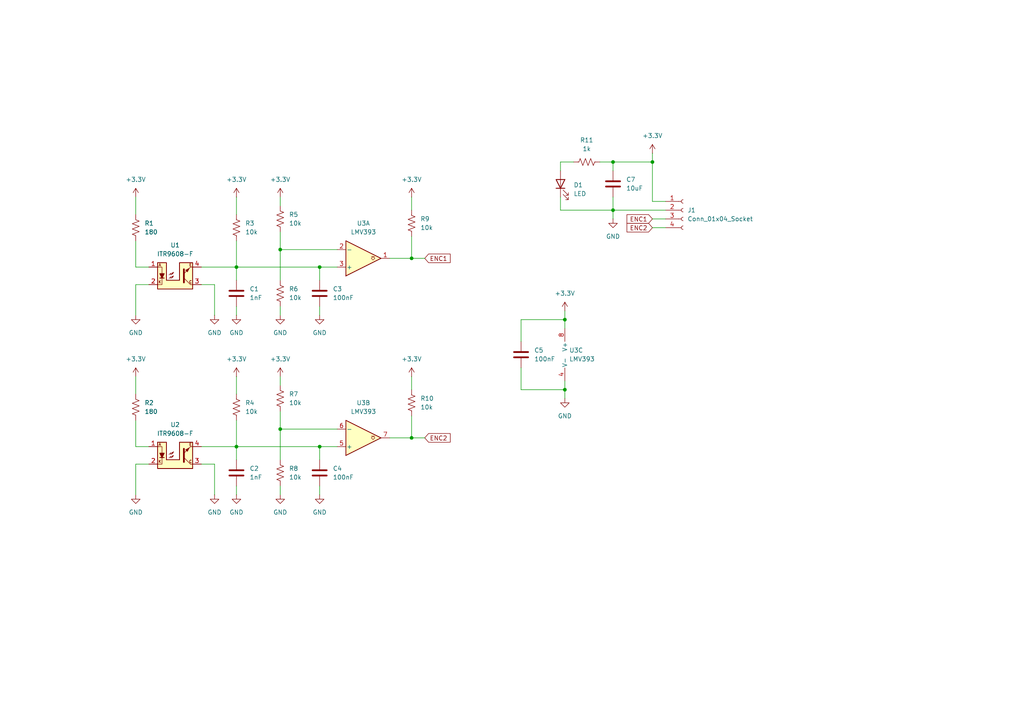
<source format=kicad_sch>
(kicad_sch (version 20231120) (generator "eeschema") (generator_version "8.0")
  (paper "A4")
  (lib_symbols
    (symbol "Comparator:LMV393" (pin_names (offset 0.127))
      (property "Reference" "U" (at 3.81 3.81 0))
      (property "Value" "LMV393" (at 6.35 -3.81 0))
      (symbol "LMV393_1_1"
        (polyline (pts (xy -5.08 5.08) (xy 5.08 0) (xy -5.08 -5.08) (xy -5.08 5.08)) (stroke (width 0.254)) (fill (type background)))
        (polyline (pts (xy 3.302 -0.508) (xy 2.794 -0.508) (xy 3.302 0) (xy 2.794 0.508) (xy 2.286 0) (xy 2.794 -0.508) (xy 2.286 -0.508)) (stroke (width 0.127)))
        (pin open_collector line (at 7.62 0 180) (length 2.54) (name "~") (number "1"))
        (pin input line (at -7.62 -2.54 0) (length 2.54) (name "-") (number "2"))
        (pin input line (at -7.62 2.54 0) (length 2.54) (name "+") (number "3"))
      )
      (symbol "LMV393_2_1"
        (polyline (pts (xy -5.08 5.08) (xy 5.08 0) (xy -5.08 -5.08) (xy -5.08 5.08)) (stroke (width 0.254)) (fill (type background)))
        (polyline (pts (xy 3.302 -0.508) (xy 2.794 -0.508) (xy 3.302 0) (xy 2.794 0.508) (xy 2.286 0) (xy 2.794 -0.508) (xy 2.286 -0.508)) (stroke (width 0.127)))
        (pin input line (at -7.62 2.54 0) (length 2.54) (name "+") (number "5"))
        (pin input line (at -7.62 -2.54 0) (length 2.54) (name "-") (number "6"))
        (pin open_collector line (at 7.62 0 180) (length 2.54) (name "~") (number "7"))
      )
      (symbol "LMV393_3_1"
        (pin power_in line (at -2.54 -7.62 90) (length 3.81) (name "V-") (number "4"))
        (pin power_in line (at -2.54 7.62 270) (length 3.81) (name "V+") (number "8"))
      )
    )
    (symbol "Connector:Conn_01x04_Socket" (pin_names (offset 1.016) hide)
      (property "Reference" "J" (at 0 5.08 0))
      (property "Value" "Conn_01x04_Socket" (at 0 -7.62 0))
      (symbol "Conn_01x04_Socket_1_1"
        (arc (start 0 -4.572) (mid -0.5058 -5.08) (end 0 -5.588) (stroke (width 0.1524)))
        (arc (start 0 -2.032) (mid -0.5058 -2.54) (end 0 -3.048) (stroke (width 0.1524)))
        (polyline (pts (xy -1.27 -5.08) (xy -0.508 -5.08)) (stroke (width 0.1524)))
        (polyline (pts (xy -1.27 -2.54) (xy -0.508 -2.54)) (stroke (width 0.1524)))
        (polyline (pts (xy -1.27 0) (xy -0.508 0)) (stroke (width 0.1524)))
        (polyline (pts (xy -1.27 2.54) (xy -0.508 2.54)) (stroke (width 0.1524)))
        (arc (start 0 0.508) (mid -0.5058 0) (end 0 -0.508) (stroke (width 0.1524)))
        (arc (start 0 3.048) (mid -0.5058 2.54) (end 0 2.032) (stroke (width 0.1524)))
        (pin passive line (at -5.08 2.54 0) (length 3.81) (name "Pin_1") (number "1"))
        (pin passive line (at -5.08 0 0) (length 3.81) (name "Pin_2") (number "2"))
        (pin passive line (at -5.08 -2.54 0) (length 3.81) (name "Pin_3") (number "3"))
        (pin passive line (at -5.08 -5.08 0) (length 3.81) (name "Pin_4") (number "4"))
      )
    )
    (symbol "Device:C" (pin_numbers hide) (pin_names (offset 0.254))
      (property "Reference" "C" (at 0.635 2.54 0))
      (property "Value" "C" (at 0.635 -2.54 0))
      (symbol "C_0_1"
        (polyline (pts (xy -2.032 -0.762) (xy 2.032 -0.762)) (stroke (width 0.508)))
        (polyline (pts (xy -2.032 0.762) (xy 2.032 0.762)) (stroke (width 0.508)))
      )
      (symbol "C_1_1"
        (pin passive line (at 0 3.81 270) (length 2.794) (name "~") (number "1"))
        (pin passive line (at 0 -3.81 90) (length 2.794) (name "~") (number "2"))
      )
    )
    (symbol "Device:LED" (pin_numbers hide) (pin_names (offset 1.016) hide)
      (property "Reference" "D" (at 0 2.54 0))
      (property "Value" "LED" (at 0 -2.54 0))
      (symbol "LED_0_1"
        (polyline (pts (xy -1.27 -1.27) (xy -1.27 1.27)) (stroke (width 0.254)))
        (polyline (pts (xy -1.27 0) (xy 1.27 0)))
        (polyline (pts (xy 1.27 -1.27) (xy 1.27 1.27) (xy -1.27 0) (xy 1.27 -1.27)) (stroke (width 0.254)))
        (polyline (pts (xy -3.048 -0.762) (xy -4.572 -2.286) (xy -3.81 -2.286) (xy -4.572 -2.286) (xy -4.572 -1.524)))
        (polyline (pts (xy -1.778 -0.762) (xy -3.302 -2.286) (xy -2.54 -2.286) (xy -3.302 -2.286) (xy -3.302 -1.524)))
      )
      (symbol "LED_1_1"
        (pin passive line (at -3.81 0 0) (length 2.54) (name "K") (number "1"))
        (pin passive line (at 3.81 0 180) (length 2.54) (name "A") (number "2"))
      )
    )
    (symbol "Device:R_US" (pin_numbers hide) (pin_names (offset 0))
      (property "Reference" "R" (at 2.54 0 90))
      (property "Value" "R_US" (at -2.54 0 90))
      (symbol "R_US_0_1"
        (polyline (pts (xy 0 -2.286) (xy 0 -2.54)))
        (polyline (pts (xy 0 2.286) (xy 0 2.54)))
        (polyline (pts (xy 0 -0.762) (xy 1.016 -1.143) (xy 0 -1.524) (xy -1.016 -1.905) (xy 0 -2.286)))
        (polyline (pts (xy 0 0.762) (xy 1.016 0.381) (xy 0 0) (xy -1.016 -0.381) (xy 0 -0.762)))
        (polyline (pts (xy 0 2.286) (xy 1.016 1.905) (xy 0 1.524) (xy -1.016 1.143) (xy 0 0.762)))
      )
      (symbol "R_US_1_1"
        (pin passive line (at 0 3.81 270) (length 1.27) (name "~") (number "1"))
        (pin passive line (at 0 -3.81 90) (length 1.27) (name "~") (number "2"))
      )
    )
    (symbol "Sensor_Proximity:ITR9608-F"
      (property "Reference" "U" (at -5.08 5.08 0))
      (property "Value" "ITR9608-F" (at 0 -5.08 0))
      (symbol "ITR9608-F_0_0"
        (text "A" (at -4.445 3.175 0) (effects (font (size 0.762 0.762))))
        (text "C" (at 4.445 -1.778 0) (effects (font (size 0.762 0.762))))
        (text "E" (at 4.445 3.175 0) (effects (font (size 0.762 0.762))))
        (text "K" (at -4.445 -1.778 0) (effects (font (size 0.762 0.762))))
      )
      (symbol "ITR9608-F_0_1"
        (polyline (pts (xy -4.445 -0.635) (xy -3.175 -0.635)) (stroke (width 0.254)))
        (polyline (pts (xy 2.54 -0.635) (xy 4.445 -2.54)))
        (polyline (pts (xy 4.445 -2.54) (xy 5.08 -2.54)))
        (polyline (pts (xy 4.445 2.54) (xy 2.54 0.635)) (fill (type outline)))
        (polyline (pts (xy 4.445 2.54) (xy 5.08 2.54)))
        (polyline (pts (xy -5.08 -2.54) (xy -3.81 -2.54) (xy -3.81 -0.635)))
        (polyline (pts (xy -5.08 2.54) (xy -3.81 2.54) (xy -3.81 0.635)))
        (polyline (pts (xy 2.54 -1.905) (xy 2.54 1.905) (xy 2.54 1.905)) (stroke (width 0.508)))
        (polyline (pts (xy -3.81 -0.635) (xy -4.445 0.635) (xy -3.175 0.635) (xy -3.81 -0.635)) (stroke (width 0.254)) (fill (type outline)))
        (polyline (pts (xy -1.778 0.254) (xy -1.2446 0.762) (xy -1.2446 0.254) (xy -0.4826 1.016)))
        (polyline (pts (xy -0.4826 1.016) (xy -0.9906 0.762) (xy -0.7366 0.508) (xy -0.4826 1.016)))
        (polyline (pts (xy 3.048 1.651) (xy 3.556 1.143) (xy 4.064 2.159) (xy 3.048 1.651) (xy 3.048 1.651)) (fill (type outline)))
        (polyline (pts (xy -1.778 -0.762) (xy -1.2446 -0.254) (xy -1.2446 -0.762) (xy -0.4826 0) (xy -0.9906 -0.254) (xy -0.7366 -0.508) (xy -0.4826 0)))
        (polyline (pts (xy -5.08 3.81) (xy -5.08 -3.81) (xy 5.08 -3.81) (xy 5.08 3.81) (xy 1.27 3.81) (xy 1.27 -1.27) (xy -2.54 -1.27) (xy -2.54 3.81) (xy -5.08 3.81)) (stroke (width 0.254)) (fill (type background)))
      )
      (symbol "ITR9608-F_1_1"
        (pin passive line (at -7.62 2.54 0) (length 2.54) (name "~") (number "1"))
        (pin passive line (at -7.62 -2.54 0) (length 2.54) (name "~") (number "2"))
        (pin open_collector line (at 7.62 -2.54 180) (length 2.54) (name "~") (number "3"))
        (pin open_emitter line (at 7.62 2.54 180) (length 2.54) (name "~") (number "4"))
      )
    )
    (symbol "power:+3.3V" (power) (pin_numbers hide) (pin_names (offset 0) hide)
      (property "Value" "+3.3V" (at 0 3.556 0))
      (symbol "+3.3V_0_1"
        (polyline (pts (xy -0.762 1.27) (xy 0 2.54)))
        (polyline (pts (xy 0 0) (xy 0 2.54)))
        (polyline (pts (xy 0 2.54) (xy 0.762 1.27)))
      )
      (symbol "+3.3V_1_1"
        (pin power_in line (at 0 0 90) (length 0) (name "~") (number "1"))
      )
    )
    (symbol "power:GND" (power) (pin_numbers hide) (pin_names (offset 0) hide)
      (property "Value" "GND" (at 0 -3.81 0))
      (symbol "GND_0_1"
        (polyline (pts (xy 0 0) (xy 0 -1.27) (xy 1.27 -1.27) (xy 0 -2.54) (xy -1.27 -1.27) (xy 0 -1.27)))
      )
      (symbol "GND_1_1"
        (pin power_in line (at 0 0 270) (length 0) (name "~") (number "1"))
      )
    )
  )
  (junction (at 81.28 72.39))
  (junction (at 119.38 74.93))
  (junction (at 92.71 129.54))
  (junction (at 177.8 46.99))
  (junction (at 92.71 77.47))
  (junction (at 81.28 124.46))
  (junction (at 177.8 60.96))
  (junction (at 163.83 92.71))
  (junction (at 189.23 46.99))
  (junction (at 163.83 113.03))
  (junction (at 68.58 77.47))
  (junction (at 68.58 129.54))
  (junction (at 119.38 127))
  (wire (pts (xy 39.37 143.51) (xy 39.37 134.62)))
  (wire (pts (xy 62.23 91.44) (xy 62.23 82.55)))
  (wire (pts (xy 163.83 113.03) (xy 163.83 115.57)))
  (wire (pts (xy 189.23 66.04) (xy 193.04 66.04)))
  (wire (pts (xy 39.37 82.55) (xy 43.18 82.55)))
  (wire (pts (xy 119.38 127) (xy 119.38 120.65)))
  (wire (pts (xy 151.13 99.06) (xy 151.13 92.71)))
  (wire (pts (xy 68.58 77.47) (xy 68.58 81.28)))
  (wire (pts (xy 68.58 77.47) (xy 68.58 69.85)))
  (wire (pts (xy 68.58 57.15) (xy 68.58 62.23)))
  (wire (pts (xy 68.58 129.54) (xy 68.58 121.92)))
  (wire (pts (xy 81.28 124.46) (xy 97.79 124.46)))
  (wire (pts (xy 193.04 58.42) (xy 189.23 58.42)))
  (wire (pts (xy 81.28 57.15) (xy 81.28 59.69)))
  (wire (pts (xy 163.83 92.71) (xy 163.83 95.25)))
  (wire (pts (xy 113.03 127) (xy 119.38 127)))
  (wire (pts (xy 92.71 140.97) (xy 92.71 143.51)))
  (wire (pts (xy 68.58 129.54) (xy 68.58 133.35)))
  (wire (pts (xy 113.03 74.93) (xy 119.38 74.93)))
  (wire (pts (xy 92.71 129.54) (xy 92.71 133.35)))
  (wire (pts (xy 68.58 88.9) (xy 68.58 91.44)))
  (wire (pts (xy 151.13 113.03) (xy 163.83 113.03)))
  (wire (pts (xy 81.28 119.38) (xy 81.28 124.46)))
  (wire (pts (xy 162.56 49.53) (xy 162.56 46.99)))
  (wire (pts (xy 62.23 134.62) (xy 58.42 134.62)))
  (wire (pts (xy 39.37 77.47) (xy 43.18 77.47)))
  (wire (pts (xy 119.38 57.15) (xy 119.38 60.96)))
  (wire (pts (xy 81.28 88.9) (xy 81.28 91.44)))
  (wire (pts (xy 92.71 129.54) (xy 97.79 129.54)))
  (wire (pts (xy 189.23 58.42) (xy 189.23 46.99)))
  (wire (pts (xy 39.37 109.22) (xy 39.37 114.3)))
  (wire (pts (xy 62.23 143.51) (xy 62.23 134.62)))
  (wire (pts (xy 177.8 46.99) (xy 189.23 46.99)))
  (wire (pts (xy 68.58 140.97) (xy 68.58 143.51)))
  (wire (pts (xy 81.28 72.39) (xy 97.79 72.39)))
  (wire (pts (xy 81.28 109.22) (xy 81.28 111.76)))
  (wire (pts (xy 81.28 124.46) (xy 81.28 133.35)))
  (wire (pts (xy 151.13 106.68) (xy 151.13 113.03)))
  (wire (pts (xy 119.38 109.22) (xy 119.38 113.03)))
  (wire (pts (xy 151.13 92.71) (xy 163.83 92.71)))
  (wire (pts (xy 39.37 69.85) (xy 39.37 77.47)))
  (wire (pts (xy 39.37 129.54) (xy 43.18 129.54)))
  (wire (pts (xy 163.83 90.17) (xy 163.83 92.71)))
  (wire (pts (xy 189.23 63.5) (xy 193.04 63.5)))
  (wire (pts (xy 119.38 127) (xy 123.19 127)))
  (wire (pts (xy 39.37 121.92) (xy 39.37 129.54)))
  (wire (pts (xy 119.38 74.93) (xy 119.38 68.58)))
  (wire (pts (xy 162.56 60.96) (xy 177.8 60.96)))
  (wire (pts (xy 81.28 140.97) (xy 81.28 143.51)))
  (wire (pts (xy 177.8 57.15) (xy 177.8 60.96)))
  (wire (pts (xy 92.71 77.47) (xy 97.79 77.47)))
  (wire (pts (xy 39.37 91.44) (xy 39.37 82.55)))
  (wire (pts (xy 162.56 57.15) (xy 162.56 60.96)))
  (wire (pts (xy 39.37 57.15) (xy 39.37 62.23)))
  (wire (pts (xy 92.71 77.47) (xy 92.71 81.28)))
  (wire (pts (xy 162.56 46.99) (xy 166.37 46.99)))
  (wire (pts (xy 81.28 72.39) (xy 81.28 81.28)))
  (wire (pts (xy 177.8 60.96) (xy 193.04 60.96)))
  (wire (pts (xy 119.38 74.93) (xy 123.19 74.93)))
  (wire (pts (xy 81.28 67.31) (xy 81.28 72.39)))
  (wire (pts (xy 177.8 63.5) (xy 177.8 60.96)))
  (wire (pts (xy 163.83 113.03) (xy 163.83 110.49)))
  (wire (pts (xy 68.58 129.54) (xy 92.71 129.54)))
  (wire (pts (xy 173.99 46.99) (xy 177.8 46.99)))
  (wire (pts (xy 68.58 109.22) (xy 68.58 114.3)))
  (wire (pts (xy 68.58 77.47) (xy 92.71 77.47)))
  (wire (pts (xy 58.42 77.47) (xy 68.58 77.47)))
  (wire (pts (xy 58.42 129.54) (xy 68.58 129.54)))
  (wire (pts (xy 39.37 134.62) (xy 43.18 134.62)))
  (wire (pts (xy 189.23 46.99) (xy 189.23 44.45)))
  (wire (pts (xy 62.23 82.55) (xy 58.42 82.55)))
  (wire (pts (xy 92.71 88.9) (xy 92.71 91.44)))
  (wire (pts (xy 177.8 49.53) (xy 177.8 46.99)))
  (global_label "ENC1" (shape input) (at 123.19 74.93 0) (property "Intersheetrefs" "${INTERSHEET_REFS}" (effects (hide yes))))
  (global_label "ENC1" (shape input) (at 189.23 63.5 180) (property "Intersheetrefs" "${INTERSHEET_REFS}" (effects (hide yes))))
  (global_label "ENC2" (shape input) (at 189.23 66.04 180) (property "Intersheetrefs" "${INTERSHEET_REFS}" (effects (hide yes))))
  (global_label "ENC2" (shape input) (at 123.19 127 0) (property "Intersheetrefs" "${INTERSHEET_REFS}" (effects (hide yes))))
  (symbol (lib_id "power:GND") (at 92.71 143.51 0) (unit 1)
    (property "Reference" "#PWR016" (effects (hide yes)))
    (property "Value" "GND" (at 92.71 148.59 0))
    (property "Description" "Power symbol creates a global label with name \"GND\" , ground" (effects (hide yes)))
  )
  (symbol (lib_id "Device:R_US") (at 39.37 118.11 0) (unit 1)
    (property "Reference" "R2" (at 41.91 116.8399 0) (effects (justify left)))
    (property "Value" "180" (at 41.91 119.3799 0) (effects (justify left)))
    (property "Footprint" "Resistor_SMD:R_0805_2012Metric" (effects (hide yes)))
    (property "Description" "Resistor, US symbol" (effects (hide yes)))
  )
  (symbol (lib_id "Device:C") (at 68.58 85.09 0) (unit 1)
    (property "Reference" "C1" (at 72.39 83.8199 0) (effects (justify left)))
    (property "Value" "1nF" (at 72.39 86.3599 0) (effects (justify left)))
    (property "Footprint" "Capacitor_SMD:C_0805_2012Metric" (effects (hide yes)))
    (property "Description" "Unpolarized capacitor" (effects (hide yes)))
  )
  (symbol (lib_id "Comparator:LMV393") (at 105.41 74.93 0) (mirror x) (unit 1)
    (property "Reference" "U3" (at 105.41 64.77 0))
    (property "Value" "LMV393" (at 105.41 67.31 0))
    (property "Footprint" "Package_SO:SOIC-8_3.9x4.9mm_P1.27mm" (effects (hide yes)))
    (property "Datasheet" "http://www.ti.com/lit/ds/symlink/lmv331.pdf" (effects (hide yes)))
    (property "Description" "Dual General-Purpose Low-Voltage Comparator, SOIC-8/TSSOP-8/VSSOP-8" (effects (hide yes)))
  )
  (symbol (lib_id "Device:R_US") (at 39.37 66.04 0) (unit 1)
    (property "Reference" "R1" (at 41.91 64.7699 0) (effects (justify left)))
    (property "Value" "180" (at 41.91 67.3099 0) (effects (justify left)))
    (property "Footprint" "Resistor_SMD:R_0805_2012Metric" (effects (hide yes)))
    (property "Description" "Resistor, US symbol" (effects (hide yes)))
  )
  (symbol (lib_id "power:GND") (at 81.28 91.44 0) (unit 1)
    (property "Reference" "#PWR012" (effects (hide yes)))
    (property "Value" "GND" (at 81.28 96.52 0))
    (property "Description" "Power symbol creates a global label with name \"GND\" , ground" (effects (hide yes)))
  )
  (symbol (lib_id "power:GND") (at 68.58 91.44 0) (unit 1)
    (property "Reference" "#PWR09" (effects (hide yes)))
    (property "Value" "GND" (at 68.58 96.52 0))
    (property "Description" "Power symbol creates a global label with name \"GND\" , ground" (effects (hide yes)))
  )
  (symbol (lib_id "Comparator:LMV393") (at 166.37 102.87 0) (unit 3)
    (property "Reference" "U3" (at 165.1 101.5999 0) (effects (justify left)))
    (property "Value" "LMV393" (at 165.1 104.1399 0) (effects (justify left)))
    (property "Footprint" "Package_SO:SOIC-8_3.9x4.9mm_P1.27mm" (effects (hide yes)))
    (property "Datasheet" "http://www.ti.com/lit/ds/symlink/lmv331.pdf" (effects (hide yes)))
    (property "Description" "Dual General-Purpose Low-Voltage Comparator, SOIC-8/TSSOP-8/VSSOP-8" (effects (hide yes)))
  )
  (symbol (lib_id "Device:R_US") (at 170.18 46.99 90) (unit 1)
    (property "Reference" "R11" (at 170.18 40.64 90))
    (property "Value" "1k" (at 170.18 43.18 90))
    (property "Footprint" "Resistor_SMD:R_0805_2012Metric" (effects (hide yes)))
    (property "Description" "Resistor, US symbol" (effects (hide yes)))
  )
  (symbol (lib_id "power:+3.3V") (at 163.83 90.17 0) (unit 1)
    (property "Reference" "#PWR020" (effects (hide yes)))
    (property "Value" "+3.3V" (at 163.83 85.09 0))
    (property "Description" "Power symbol creates a global label with name \"+3.3V\"" (effects (hide yes)))
  )
  (symbol (lib_id "power:+3.3V") (at 81.28 109.22 0) (unit 1)
    (property "Reference" "#PWR013" (effects (hide yes)))
    (property "Value" "+3.3V" (at 81.28 104.14 0))
    (property "Description" "Power symbol creates a global label with name \"+3.3V\"" (effects (hide yes)))
  )
  (symbol (lib_id "power:+3.3V") (at 119.38 57.15 0) (unit 1)
    (property "Reference" "#PWR017" (effects (hide yes)))
    (property "Value" "+3.3V" (at 119.38 52.07 0))
    (property "Description" "Power symbol creates a global label with name \"+3.3V\"" (effects (hide yes)))
  )
  (symbol (lib_id "power:GND") (at 39.37 91.44 0) (unit 1)
    (property "Reference" "#PWR02" (effects (hide yes)))
    (property "Value" "GND" (at 39.37 96.52 0))
    (property "Description" "Power symbol creates a global label with name \"GND\" , ground" (effects (hide yes)))
  )
  (symbol (lib_id "power:GND") (at 62.23 91.44 0) (unit 1)
    (property "Reference" "#PWR06" (effects (hide yes)))
    (property "Value" "GND" (at 62.23 96.52 0))
    (property "Description" "Power symbol creates a global label with name \"GND\" , ground" (effects (hide yes)))
  )
  (symbol (lib_id "Device:C") (at 151.13 102.87 0) (unit 1)
    (property "Reference" "C5" (at 154.94 101.5999 0) (effects (justify left)))
    (property "Value" "100nF" (at 154.94 104.1399 0) (effects (justify left)))
    (property "Footprint" "Capacitor_SMD:C_0805_2012Metric" (effects (hide yes)))
    (property "Description" "Unpolarized capacitor" (effects (hide yes)))
  )
  (symbol (lib_id "power:GND") (at 163.83 115.57 0) (unit 1)
    (property "Reference" "#PWR021" (effects (hide yes)))
    (property "Value" "GND" (at 163.83 120.65 0))
    (property "Description" "Power symbol creates a global label with name \"GND\" , ground" (effects (hide yes)))
  )
  (symbol (lib_id "Connector:Conn_01x04_Socket") (at 198.12 60.96 0) (unit 1)
    (property "Reference" "J1" (at 199.39 60.9599 0) (effects (justify left)))
    (property "Value" "Conn_01x04_Socket" (at 199.39 63.4999 0) (effects (justify left)))
    (property "Footprint" "Connector_JST:JST_PH_S4B-PH-SM4-TB_1x04-1MP_P2.00mm_Horizontal" (effects (hide yes)))
    (property "Description" "Generic connector, single row, 01x04, script generated" (effects (hide yes)))
  )
  (symbol (lib_id "Device:R_US") (at 68.58 66.04 0) (unit 1)
    (property "Reference" "R3" (at 71.12 64.7699 0) (effects (justify left)))
    (property "Value" "10k" (at 71.12 67.3099 0) (effects (justify left)))
    (property "Footprint" "Resistor_SMD:R_0805_2012Metric" (effects (hide yes)))
    (property "Description" "Resistor, US symbol" (effects (hide yes)))
  )
  (symbol (lib_id "Device:LED") (at 162.56 53.34 90) (unit 1)
    (property "Reference" "D1" (at 166.37 53.6574 90) (effects (justify right)))
    (property "Value" "LED" (at 166.37 56.1974 90) (effects (justify right)))
    (property "Footprint" "LED_SMD:LED_0805_2012Metric" (effects (hide yes)))
    (property "Description" "Light emitting diode" (effects (hide yes)))
  )
  (symbol (lib_id "power:GND") (at 62.23 143.51 0) (unit 1)
    (property "Reference" "#PWR08" (effects (hide yes)))
    (property "Value" "GND" (at 62.23 148.59 0))
    (property "Description" "Power symbol creates a global label with name \"GND\" , ground" (effects (hide yes)))
  )
  (symbol (lib_id "Device:C") (at 68.58 137.16 0) (unit 1)
    (property "Reference" "C2" (at 72.39 135.8899 0) (effects (justify left)))
    (property "Value" "1nF" (at 72.39 138.4299 0) (effects (justify left)))
    (property "Footprint" "Capacitor_SMD:C_0805_2012Metric" (effects (hide yes)))
    (property "Description" "Unpolarized capacitor" (effects (hide yes)))
  )
  (symbol (lib_id "Device:C") (at 177.8 53.34 0) (unit 1)
    (property "Reference" "C7" (at 181.61 52.0699 0) (effects (justify left)))
    (property "Value" "10uF" (at 181.61 54.6099 0) (effects (justify left)))
    (property "Footprint" "Capacitor_SMD:C_0805_2012Metric" (effects (hide yes)))
    (property "Description" "Unpolarized capacitor" (effects (hide yes)))
  )
  (symbol (lib_id "Device:R_US") (at 68.58 118.11 0) (unit 1)
    (property "Reference" "R4" (at 71.12 116.8399 0) (effects (justify left)))
    (property "Value" "10k" (at 71.12 119.3799 0) (effects (justify left)))
    (property "Footprint" "Resistor_SMD:R_0805_2012Metric" (effects (hide yes)))
    (property "Description" "Resistor, US symbol" (effects (hide yes)))
  )
  (symbol (lib_id "power:+3.3V") (at 119.38 109.22 0) (unit 1)
    (property "Reference" "#PWR018" (effects (hide yes)))
    (property "Value" "+3.3V" (at 119.38 104.14 0))
    (property "Description" "Power symbol creates a global label with name \"+3.3V\"" (effects (hide yes)))
  )
  (symbol (lib_id "power:+3.3V") (at 68.58 109.22 0) (unit 1)
    (property "Reference" "#PWR07" (effects (hide yes)))
    (property "Value" "+3.3V" (at 68.58 104.14 0))
    (property "Description" "Power symbol creates a global label with name \"+3.3V\"" (effects (hide yes)))
  )
  (symbol (lib_id "power:+3.3V") (at 39.37 109.22 0) (unit 1)
    (property "Reference" "#PWR03" (effects (hide yes)))
    (property "Value" "+3.3V" (at 39.37 104.14 0))
    (property "Description" "Power symbol creates a global label with name \"+3.3V\"" (effects (hide yes)))
  )
  (symbol (lib_id "Sensor_Proximity:ITR9608-F") (at 50.8 80.01 0) (unit 1)
    (property "Reference" "U1" (at 50.8 71.12 0))
    (property "Value" "ITR9608-F" (at 50.8 73.66 0))
    (property "Footprint" "OptoDevice:Everlight_ITR9608-F" (effects (hide yes)))
    (property "Datasheet" "https://www.everlighteurope.com/custom/files/datasheets/DRX-0000076.pdf" (effects (hide yes)))
    (property "Description" "Photointerrupter infrared LED with photo IC, -25 to +85 degree Celsius" (effects (hide yes)))
  )
  (symbol (lib_id "Device:R_US") (at 119.38 64.77 0) (unit 1)
    (property "Reference" "R9" (at 121.92 63.4999 0) (effects (justify left)))
    (property "Value" "10k" (at 121.92 66.0399 0) (effects (justify left)))
    (property "Footprint" "Resistor_SMD:R_0805_2012Metric" (effects (hide yes)))
    (property "Description" "Resistor, US symbol" (effects (hide yes)))
  )
  (symbol (lib_id "power:GND") (at 68.58 143.51 0) (unit 1)
    (property "Reference" "#PWR010" (effects (hide yes)))
    (property "Value" "GND" (at 68.58 148.59 0))
    (property "Description" "Power symbol creates a global label with name \"GND\" , ground" (effects (hide yes)))
  )
  (symbol (lib_id "Device:R_US") (at 119.38 116.84 0) (unit 1)
    (property "Reference" "R10" (at 121.92 115.5699 0) (effects (justify left)))
    (property "Value" "10k" (at 121.92 118.1099 0) (effects (justify left)))
    (property "Footprint" "Resistor_SMD:R_0805_2012Metric" (effects (hide yes)))
    (property "Description" "Resistor, US symbol" (effects (hide yes)))
  )
  (symbol (lib_id "power:+3.3V") (at 81.28 57.15 0) (unit 1)
    (property "Reference" "#PWR011" (effects (hide yes)))
    (property "Value" "+3.3V" (at 81.28 52.07 0))
    (property "Description" "Power symbol creates a global label with name \"+3.3V\"" (effects (hide yes)))
  )
  (symbol (lib_id "power:+3.3V") (at 39.37 57.15 0) (unit 1)
    (property "Reference" "#PWR01" (effects (hide yes)))
    (property "Value" "+3.3V" (at 39.37 52.07 0))
    (property "Description" "Power symbol creates a global label with name \"+3.3V\"" (effects (hide yes)))
  )
  (symbol (lib_id "Device:R_US") (at 81.28 63.5 0) (unit 1)
    (property "Reference" "R5" (at 83.82 62.2299 0) (effects (justify left)))
    (property "Value" "10k" (at 83.82 64.7699 0) (effects (justify left)))
    (property "Footprint" "Resistor_SMD:R_0805_2012Metric" (effects (hide yes)))
    (property "Description" "Resistor, US symbol" (effects (hide yes)))
  )
  (symbol (lib_id "Device:C") (at 92.71 137.16 0) (unit 1)
    (property "Reference" "C4" (at 96.52 135.8899 0) (effects (justify left)))
    (property "Value" "100nF" (at 96.52 138.4299 0) (effects (justify left)))
    (property "Footprint" "Capacitor_SMD:C_0805_2012Metric" (effects (hide yes)))
    (property "Description" "Unpolarized capacitor" (effects (hide yes)))
  )
  (symbol (lib_id "power:GND") (at 177.8 63.5 0) (unit 1)
    (property "Reference" "#PWR019" (effects (hide yes)))
    (property "Value" "GND" (at 177.8 68.58 0))
    (property "Description" "Power symbol creates a global label with name \"GND\" , ground" (effects (hide yes)))
  )
  (symbol (lib_id "power:GND") (at 92.71 91.44 0) (unit 1)
    (property "Reference" "#PWR015" (effects (hide yes)))
    (property "Value" "GND" (at 92.71 96.52 0))
    (property "Description" "Power symbol creates a global label with name \"GND\" , ground" (effects (hide yes)))
  )
  (symbol (lib_id "power:+3.3V") (at 189.23 44.45 0) (unit 1)
    (property "Reference" "#PWR022" (effects (hide yes)))
    (property "Value" "+3.3V" (at 189.23 39.37 0))
    (property "Description" "Power symbol creates a global label with name \"+3.3V\"" (effects (hide yes)))
  )
  (symbol (lib_id "Comparator:LMV393") (at 105.41 127 0) (mirror x) (unit 2)
    (property "Reference" "U3" (at 105.41 116.84 0))
    (property "Value" "LMV393" (at 105.41 119.38 0))
    (property "Footprint" "Package_SO:SOIC-8_3.9x4.9mm_P1.27mm" (effects (hide yes)))
    (property "Datasheet" "http://www.ti.com/lit/ds/symlink/lmv331.pdf" (effects (hide yes)))
    (property "Description" "Dual General-Purpose Low-Voltage Comparator, SOIC-8/TSSOP-8/VSSOP-8" (effects (hide yes)))
  )
  (symbol (lib_id "power:+3.3V") (at 68.58 57.15 0) (unit 1)
    (property "Reference" "#PWR05" (effects (hide yes)))
    (property "Value" "+3.3V" (at 68.58 52.07 0))
    (property "Description" "Power symbol creates a global label with name \"+3.3V\"" (effects (hide yes)))
  )
  (symbol (lib_id "Device:R_US") (at 81.28 137.16 0) (unit 1)
    (property "Reference" "R8" (at 83.82 135.8899 0) (effects (justify left)))
    (property "Value" "10k" (at 83.82 138.4299 0) (effects (justify left)))
    (property "Footprint" "Resistor_SMD:R_0805_2012Metric" (effects (hide yes)))
    (property "Description" "Resistor, US symbol" (effects (hide yes)))
  )
  (symbol (lib_id "Device:C") (at 92.71 85.09 0) (unit 1)
    (property "Reference" "C3" (at 96.52 83.8199 0) (effects (justify left)))
    (property "Value" "100nF" (at 96.52 86.3599 0) (effects (justify left)))
    (property "Footprint" "Capacitor_SMD:C_0805_2012Metric" (effects (hide yes)))
    (property "Description" "Unpolarized capacitor" (effects (hide yes)))
  )
  (symbol (lib_id "Sensor_Proximity:ITR9608-F") (at 50.8 132.08 0) (unit 1)
    (property "Reference" "U2" (at 50.8 123.19 0))
    (property "Value" "ITR9608-F" (at 50.8 125.73 0))
    (property "Footprint" "OptoDevice:Everlight_ITR9608-F" (effects (hide yes)))
    (property "Datasheet" "https://www.everlighteurope.com/custom/files/datasheets/DRX-0000076.pdf" (effects (hide yes)))
    (property "Description" "Photointerrupter infrared LED with photo IC, -25 to +85 degree Celsius" (effects (hide yes)))
  )
  (symbol (lib_id "power:GND") (at 39.37 143.51 0) (unit 1)
    (property "Reference" "#PWR04" (effects (hide yes)))
    (property "Value" "GND" (at 39.37 148.59 0))
    (property "Description" "Power symbol creates a global label with name \"GND\" , ground" (effects (hide yes)))
  )
  (symbol (lib_id "power:GND") (at 81.28 143.51 0) (unit 1)
    (property "Reference" "#PWR014" (effects (hide yes)))
    (property "Value" "GND" (at 81.28 148.59 0))
    (property "Description" "Power symbol creates a global label with name \"GND\" , ground" (effects (hide yes)))
  )
  (symbol (lib_id "Device:R_US") (at 81.28 115.57 0) (unit 1)
    (property "Reference" "R7" (at 83.82 114.2999 0) (effects (justify left)))
    (property "Value" "10k" (at 83.82 116.8399 0) (effects (justify left)))
    (property "Footprint" "Resistor_SMD:R_0805_2012Metric" (effects (hide yes)))
    (property "Description" "Resistor, US symbol" (effects (hide yes)))
  )
  (symbol (lib_id "Device:R_US") (at 81.28 85.09 0) (unit 1)
    (property "Reference" "R6" (at 83.82 83.8199 0) (effects (justify left)))
    (property "Value" "10k" (at 83.82 86.3599 0) (effects (justify left)))
    (property "Footprint" "Resistor_SMD:R_0805_2012Metric" (effects (hide yes)))
    (property "Description" "Resistor, US symbol" (effects (hide yes)))
  )
)
</source>
